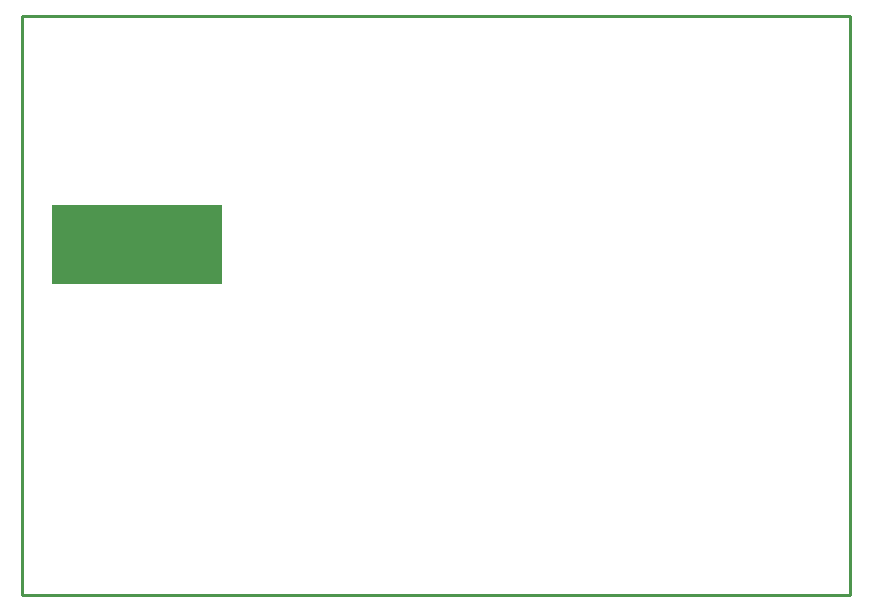
<source format=gbr>
%TF.GenerationSoftware,Altium Limited,Altium Designer,21.0.9 (235)*%
G04 Layer_Color=16711935*
%FSLAX45Y45*%
%MOMM*%
%TF.SameCoordinates,CD0AAE9F-0E9C-42BF-811C-419C72380B22*%
%TF.FilePolarity,Positive*%
%TF.FileFunction,Keep-out,Top*%
%TF.Part,Single*%
G01*
G75*
%TA.AperFunction,NonConductor*%
%ADD52C,0.25400*%
G36*
X1689295Y2631532D02*
X249295D01*
Y3301532D01*
X1689295D01*
Y2631532D01*
D02*
G37*
D52*
X7010400Y4902200D02*
X7010400Y0D01*
X0Y4902200D02*
X7010400D01*
X0Y0D02*
X7010400D01*
X0D02*
Y4902200D01*
%TF.MD5,3d7f005e2b3517449b5ee3032345bb56*%
M02*

</source>
